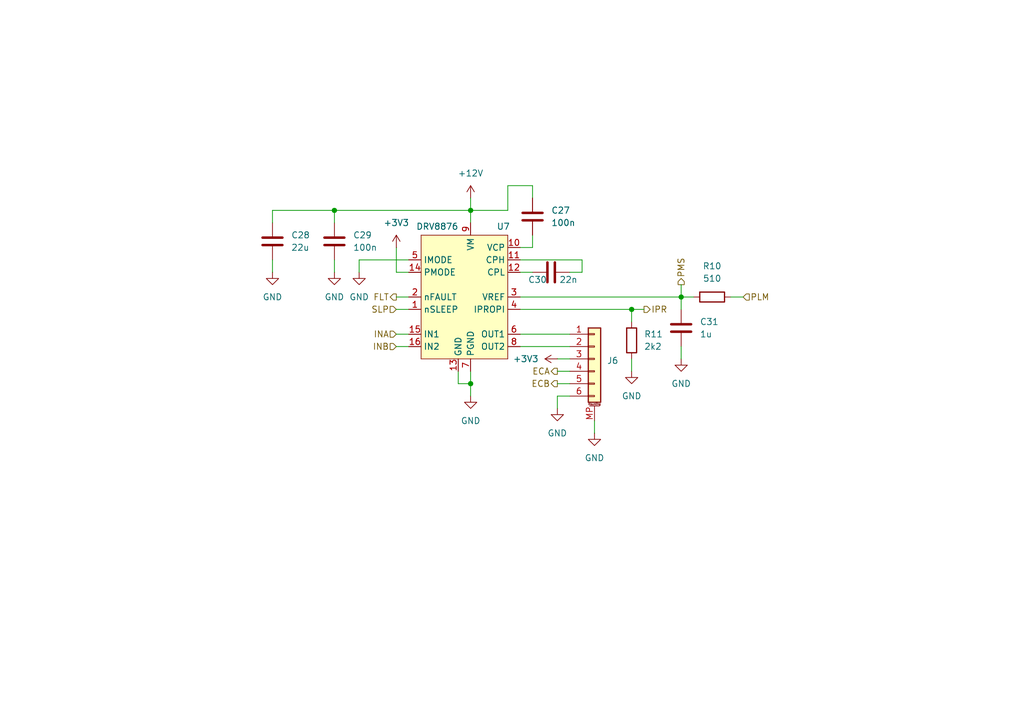
<source format=kicad_sch>
(kicad_sch (version 20231120) (generator "eeschema") (generator_version "8.0")
  (paper "A5")
  (lib_symbols
    (symbol "Connector_Generic_MountingPin:Conn_01x06_MountingPin" (pin_names (offset 1.016) hide)
      (property "Reference" "J" (at 0 7.62 0))
      (property "Value" "Conn_01x06_MountingPin" (at 1.27 -10.16 0))
      (symbol "Conn_01x06_MountingPin_1_1"
        (rectangle (start -1.27 -7.493) (end 0 -7.747) (stroke (width 0.1524)))
        (rectangle (start -1.27 -4.953) (end 0 -5.207) (stroke (width 0.1524)))
        (rectangle (start -1.27 -2.413) (end 0 -2.667) (stroke (width 0.1524)))
        (rectangle (start -1.27 0.127) (end 0 -0.127) (stroke (width 0.1524)))
        (rectangle (start -1.27 2.667) (end 0 2.413) (stroke (width 0.1524)))
        (rectangle (start -1.27 5.207) (end 0 4.953) (stroke (width 0.1524)))
        (rectangle (start -1.27 6.35) (end 1.27 -8.89) (stroke (width 0.254)) (fill (type background)))
        (polyline (pts (xy -1.016 -9.652) (xy 1.016 -9.652)) (stroke (width 0.1524)))
        (text "Mounting" (at 0 -9.271 0) (effects (font (size 0.381 0.381))))
        (pin passive line (at -5.08 5.08 0) (length 3.81) (name "Pin_1") (number "1"))
        (pin passive line (at -5.08 2.54 0) (length 3.81) (name "Pin_2") (number "2"))
        (pin passive line (at -5.08 0 0) (length 3.81) (name "Pin_3") (number "3"))
        (pin passive line (at -5.08 -2.54 0) (length 3.81) (name "Pin_4") (number "4"))
        (pin passive line (at -5.08 -5.08 0) (length 3.81) (name "Pin_5") (number "5"))
        (pin passive line (at -5.08 -7.62 0) (length 3.81) (name "Pin_6") (number "6"))
        (pin passive line (at 0 -12.7 90) (length 3.048) (name "MountPin") (number "MP"))
      )
    )
    (symbol "Device:C" (pin_numbers hide) (pin_names (offset 0.254))
      (property "Reference" "C" (at 0.635 2.54 0))
      (property "Value" "C" (at 0.635 -2.54 0))
      (symbol "C_0_1"
        (polyline (pts (xy -2.032 -0.762) (xy 2.032 -0.762)) (stroke (width 0.508)))
        (polyline (pts (xy -2.032 0.762) (xy 2.032 0.762)) (stroke (width 0.508)))
      )
      (symbol "C_1_1"
        (pin passive line (at 0 3.81 270) (length 2.794) (name "~") (number "1"))
        (pin passive line (at 0 -3.81 90) (length 2.794) (name "~") (number "2"))
      )
    )
    (symbol "Device:R" (pin_numbers hide) (pin_names (offset 0))
      (property "Reference" "R" (at 2.032 0 90))
      (property "Value" "R" (at 0 0 90))
      (symbol "R_0_1"
        (rectangle (start -1.016 -2.54) (end 1.016 2.54) (stroke (width 0.254)))
      )
      (symbol "R_1_1"
        (pin passive line (at 0 3.81 270) (length 1.27) (name "~") (number "1"))
        (pin passive line (at 0 -3.81 90) (length 1.27) (name "~") (number "2"))
      )
    )
    (symbol "User_Symbols:DRV8876"
      (property "Reference" "U" (at 16.256 3.81 0))
      (property "Value" "DRV8876" (at 4.064 4.064 0))
      (symbol "DRV8876_1_1"
        (rectangle (start 0 2.54) (end 17.78 -22.86) (fill (type background)))
        (pin input line (at -2.54 -12.7 0) (length 2.54) (name "nSLEEP") (number "1"))
        (pin power_out line (at 20.32 0 180) (length 2.54) (name "VCP") (number "10"))
        (pin passive line (at 20.32 -2.54 180) (length 2.54) (name "CPH") (number "11"))
        (pin passive line (at 20.32 -5.08 180) (length 2.54) (name "CPL") (number "12"))
        (pin power_in line (at 7.62 -25.4 90) (length 2.54) (name "GND") (number "13"))
        (pin input line (at -2.54 -5.08 0) (length 2.54) (name "PMODE") (number "14"))
        (pin input line (at -2.54 -17.78 0) (length 2.54) (name "IN1") (number "15"))
        (pin input line (at -2.54 -20.32 0) (length 2.54) (name "IN2") (number "16"))
        (pin passive line (at 7.62 -25.4 90) (length 2.54) hide (name "PAD") (number "17"))
        (pin open_collector line (at -2.54 -10.16 0) (length 2.54) (name "nFAULT") (number "2"))
        (pin input line (at 20.32 -10.16 180) (length 2.54) (name "VREF") (number "3"))
        (pin output line (at 20.32 -12.7 180) (length 2.54) (name "IPROPI") (number "4"))
        (pin input line (at -2.54 -2.54 0) (length 2.54) (name "IMODE") (number "5"))
        (pin output line (at 20.32 -17.78 180) (length 2.54) (name "OUT1") (number "6"))
        (pin power_in line (at 10.16 -25.4 90) (length 2.54) (name "PGND") (number "7"))
        (pin output line (at 20.32 -20.32 180) (length 2.54) (name "OUT2") (number "8"))
        (pin power_in line (at 10.16 5.08 270) (length 2.54) (name "VM") (number "9"))
      )
    )
    (symbol "power:+12V" (power) (pin_numbers hide) (pin_names (offset 0) hide)
      (property "Value" "+12V" (at 0 3.556 0))
      (symbol "+12V_0_1"
        (polyline (pts (xy -0.762 1.27) (xy 0 2.54)))
        (polyline (pts (xy 0 0) (xy 0 2.54)))
        (polyline (pts (xy 0 2.54) (xy 0.762 1.27)))
      )
      (symbol "+12V_1_1"
        (pin power_in line (at 0 0 90) (length 0) (name "~") (number "1"))
      )
    )
    (symbol "power:+3V3" (power) (pin_numbers hide) (pin_names (offset 0) hide)
      (property "Value" "+3V3" (at 0 3.556 0))
      (symbol "+3V3_0_1"
        (polyline (pts (xy -0.762 1.27) (xy 0 2.54)))
        (polyline (pts (xy 0 0) (xy 0 2.54)))
        (polyline (pts (xy 0 2.54) (xy 0.762 1.27)))
      )
      (symbol "+3V3_1_1"
        (pin power_in line (at 0 0 90) (length 0) (name "~") (number "1"))
      )
    )
    (symbol "power:GND" (power) (pin_numbers hide) (pin_names (offset 0) hide)
      (property "Value" "GND" (at 0 -3.81 0))
      (symbol "GND_0_1"
        (polyline (pts (xy 0 0) (xy 0 -1.27) (xy 1.27 -1.27) (xy 0 -2.54) (xy -1.27 -1.27) (xy 0 -1.27)))
      )
      (symbol "GND_1_1"
        (pin power_in line (at 0 0 270) (length 0) (name "~") (number "1"))
      )
    )
  )
  (junction (at 68.58 43.18))
  (junction (at 129.54 63.5))
  (junction (at 96.52 78.74))
  (junction (at 96.52 43.18))
  (junction (at 139.7 60.96))
  (wire (pts (xy 139.7 63.5) (xy 139.7 60.96)))
  (wire (pts (xy 139.7 58.42) (xy 139.7 60.96)))
  (wire (pts (xy 81.28 71.12) (xy 83.82 71.12)))
  (wire (pts (xy 96.52 78.74) (xy 96.52 81.28)))
  (wire (pts (xy 109.22 40.64) (xy 109.22 38.1)))
  (wire (pts (xy 96.52 40.64) (xy 96.52 43.18)))
  (wire (pts (xy 119.38 53.34) (xy 119.38 55.88)))
  (wire (pts (xy 129.54 63.5) (xy 129.54 66.04)))
  (wire (pts (xy 96.52 78.74) (xy 93.98 78.74)))
  (wire (pts (xy 68.58 43.18) (xy 96.52 43.18)))
  (wire (pts (xy 109.22 50.8) (xy 109.22 48.26)))
  (wire (pts (xy 81.28 63.5) (xy 83.82 63.5)))
  (wire (pts (xy 104.14 43.18) (xy 96.52 43.18)))
  (wire (pts (xy 81.28 68.58) (xy 83.82 68.58)))
  (wire (pts (xy 139.7 71.12) (xy 139.7 73.66)))
  (wire (pts (xy 68.58 53.34) (xy 68.58 55.88)))
  (wire (pts (xy 106.68 68.58) (xy 116.84 68.58)))
  (wire (pts (xy 55.88 45.72) (xy 55.88 43.18)))
  (wire (pts (xy 81.28 50.8) (xy 81.28 55.88)))
  (wire (pts (xy 106.68 63.5) (xy 129.54 63.5)))
  (wire (pts (xy 114.3 81.28) (xy 116.84 81.28)))
  (wire (pts (xy 129.54 76.2) (xy 129.54 73.66)))
  (wire (pts (xy 119.38 55.88) (xy 116.84 55.88)))
  (wire (pts (xy 81.28 55.88) (xy 83.82 55.88)))
  (wire (pts (xy 114.3 73.66) (xy 116.84 73.66)))
  (wire (pts (xy 96.52 43.18) (xy 96.52 45.72)))
  (wire (pts (xy 139.7 60.96) (xy 142.24 60.96)))
  (wire (pts (xy 73.66 55.88) (xy 73.66 53.34)))
  (wire (pts (xy 96.52 78.74) (xy 96.52 76.2)))
  (wire (pts (xy 104.14 43.18) (xy 104.14 38.1)))
  (wire (pts (xy 55.88 43.18) (xy 68.58 43.18)))
  (wire (pts (xy 149.86 60.96) (xy 152.4 60.96)))
  (wire (pts (xy 129.54 63.5) (xy 132.08 63.5)))
  (wire (pts (xy 106.68 55.88) (xy 109.22 55.88)))
  (wire (pts (xy 106.68 50.8) (xy 109.22 50.8)))
  (wire (pts (xy 114.3 76.2) (xy 116.84 76.2)))
  (wire (pts (xy 106.68 60.96) (xy 139.7 60.96)))
  (wire (pts (xy 55.88 53.34) (xy 55.88 55.88)))
  (wire (pts (xy 121.92 88.9) (xy 121.92 86.36)))
  (wire (pts (xy 114.3 83.82) (xy 114.3 81.28)))
  (wire (pts (xy 68.58 45.72) (xy 68.58 43.18)))
  (wire (pts (xy 73.66 53.34) (xy 83.82 53.34)))
  (wire (pts (xy 81.28 60.96) (xy 83.82 60.96)))
  (wire (pts (xy 93.98 76.2) (xy 93.98 78.74)))
  (wire (pts (xy 109.22 38.1) (xy 104.14 38.1)))
  (wire (pts (xy 106.68 53.34) (xy 119.38 53.34)))
  (wire (pts (xy 114.3 78.74) (xy 116.84 78.74)))
  (wire (pts (xy 106.68 71.12) (xy 116.84 71.12)))
  (hierarchical_label "SLP" (shape input) (at 81.28 63.5 180))
  (hierarchical_label "IPR" (shape output) (at 132.08 63.5 0))
  (hierarchical_label "INA" (shape input) (at 81.28 68.58 180))
  (hierarchical_label "INB" (shape input) (at 81.28 71.12 180))
  (hierarchical_label "ECA" (shape output) (at 114.3 76.2 180))
  (hierarchical_label "PMS" (shape output) (at 139.7 58.42 90))
  (hierarchical_label "FLT" (shape output) (at 81.28 60.96 180))
  (hierarchical_label "PLM" (shape input) (at 152.4 60.96 0))
  (hierarchical_label "ECB" (shape output) (at 114.3 78.74 180))
  (symbol (lib_id "Device:C") (at 68.58 49.53 0) (unit 1)
    (property "Reference" "C19" (at 72.39 48.2599 0) (effects (justify left)))
    (property "Value" "100n" (at 72.39 50.7999 0) (effects (justify left)))
    (property "Footprint" "Capacitor_SMD:C_0402_1005Metric" (effects (hide yes)))
    (property "Description" "Unpolarized capacitor" (effects (hide yes)))
    (property "LCSC" "C307331" (effects (hide yes)))
    (instances (project "brush-can" (path "" (reference "C29") (unit 1)) (path "" (reference "C19") (unit 1)) (path "" (reference "C24") (unit 1))))
  )
  (symbol (lib_id "Device:R") (at 146.05 60.96 90) (unit 1)
    (property "Reference" "R6" (at 146.05 54.61 90))
    (property "Value" "510" (at 146.05 57.15 90))
    (property "Footprint" "Resistor_SMD:R_0402_1005Metric" (effects (hide yes)))
    (property "Description" "Resistor" (effects (hide yes)))
    (instances (project "brush-can" (path "" (reference "R10") (unit 1)) (path "" (reference "R6") (unit 1)) (path "" (reference "R8") (unit 1))))
  )
  (symbol (lib_id "power:+12V") (at 96.52 40.64 0) (unit 1)
    (property "Reference" "#PWR032" (effects (hide yes)))
    (property "Value" "+12V" (at 96.52 35.56 0))
    (property "Description" "Power symbol creates a global label with name \"+12V\"" (effects (hide yes)))
    (instances (project "brush-can" (path "" (reference "#PWR054") (unit 1)) (path "" (reference "#PWR032") (unit 1)) (path "" (reference "#PWR043") (unit 1))))
  )
  (symbol (lib_id "User_Symbols:DRV8876") (at 86.36 50.8 0) (unit 1)
    (property "Reference" "U5" (at 101.854 46.482 0) (effects (justify left)))
    (property "Value" "DRV8876" (at 85.344 46.482 0) (effects (justify left)))
    (property "Footprint" "Package_DFN_QFN:QFN-16-1EP_3x3mm_P0.5mm_EP1.7x1.7mm_ThermalVias" (effects (hide yes)))
    (property "Datasheet" "https://www.ti.com/lit/ds/symlink/drv8876.pdf?ts=1717313271856&ref_url=https%253A%252F%252Fwww.ti.com%252Fproduct%252FDRV8876" (effects (hide yes)))
    (instances (project "brush-can" (path "" (reference "U7") (unit 1)) (path "" (reference "U5") (unit 1)) (path "" (reference "U6") (unit 1))))
  )
  (symbol (lib_id "power:+3V3") (at 114.3 73.66 90) (unit 1)
    (property "Reference" "#PWR037" (effects (hide yes)))
    (property "Value" "+3V3" (at 110.49 73.6599 90) (effects (justify left)))
    (property "Description" "Power symbol creates a global label with name \"+3V3\"" (effects (hide yes)))
    (instances (project "brush-can" (path "" (reference "#PWR059") (unit 1)) (path "" (reference "#PWR037") (unit 1)) (path "" (reference "#PWR048") (unit 1))))
  )
  (symbol (lib_id "Device:R") (at 129.54 69.85 180) (unit 1)
    (property "Reference" "R7" (at 132.08 68.5799 0) (effects (justify right)))
    (property "Value" "2k2" (at 132.08 71.1199 0) (effects (justify right)))
    (property "Footprint" "Resistor_SMD:R_0402_1005Metric" (effects (hide yes)))
    (property "Description" "Resistor" (effects (hide yes)))
    (instances (project "brush-can" (path "" (reference "R11") (unit 1)) (path "" (reference "R7") (unit 1)) (path "" (reference "R9") (unit 1))))
  )
  (symbol (lib_id "power:GND") (at 129.54 76.2 0) (unit 1)
    (property "Reference" "#PWR039" (effects (hide yes)))
    (property "Value" "GND" (at 129.54 81.28 0))
    (property "Description" "Power symbol creates a global label with name \"GND\" , ground" (effects (hide yes)))
    (instances (project "brush-can" (path "" (reference "#PWR061") (unit 1)) (path "" (reference "#PWR039") (unit 1)) (path "" (reference "#PWR050") (unit 1))))
  )
  (symbol (lib_id "Device:C") (at 113.03 55.88 270) (unit 1)
    (property "Reference" "C20" (at 110.236 57.404 90))
    (property "Value" "22n" (at 116.586 57.404 90))
    (property "Footprint" "Capacitor_SMD:C_0402_1005Metric" (effects (hide yes)))
    (property "Description" "Unpolarized capacitor" (effects (hide yes)))
    (instances (project "brush-can" (path "" (reference "C30") (unit 1)) (path "" (reference "C20") (unit 1)) (path "" (reference "C25") (unit 1))))
  )
  (symbol (lib_id "power:GND") (at 114.3 83.82 0) (unit 1)
    (property "Reference" "#PWR041" (effects (hide yes)))
    (property "Value" "GND" (at 114.3 88.9 0))
    (property "Description" "Power symbol creates a global label with name \"GND\" , ground" (effects (hide yes)))
    (instances (project "brush-can" (path "" (reference "#PWR063") (unit 1)) (path "" (reference "#PWR041") (unit 1)) (path "" (reference "#PWR052") (unit 1))))
  )
  (symbol (lib_id "Device:C") (at 139.7 67.31 0) (unit 1)
    (property "Reference" "C21" (at 143.51 66.0399 0) (effects (justify left)))
    (property "Value" "1u" (at 143.51 68.5799 0) (effects (justify left)))
    (property "Footprint" "Capacitor_SMD:C_0402_1005Metric" (effects (hide yes)))
    (property "Description" "Unpolarized capacitor" (effects (hide yes)))
    (instances (project "brush-can" (path "" (reference "C31") (unit 1)) (path "" (reference "C21") (unit 1)) (path "" (reference "C26") (unit 1))))
  )
  (symbol (lib_id "power:GND") (at 68.58 55.88 0) (unit 1)
    (property "Reference" "#PWR035" (effects (hide yes)))
    (property "Value" "GND" (at 68.58 60.96 0))
    (property "Description" "Power symbol creates a global label with name \"GND\" , ground" (effects (hide yes)))
    (instances (project "brush-can" (path "" (reference "#PWR057") (unit 1)) (path "" (reference "#PWR035") (unit 1)) (path "" (reference "#PWR046") (unit 1))))
  )
  (symbol (lib_id "Device:C") (at 109.22 44.45 0) (unit 1)
    (property "Reference" "C17" (at 113.03 43.1799 0) (effects (justify left)))
    (property "Value" "100n" (at 113.03 45.7199 0) (effects (justify left)))
    (property "Footprint" "Capacitor_SMD:C_0402_1005Metric" (effects (hide yes)))
    (property "Description" "Unpolarized capacitor" (effects (hide yes)))
    (property "LCSC" "C307331" (effects (hide yes)))
    (instances (project "brush-can" (path "" (reference "C27") (unit 1)) (path "" (reference "C17") (unit 1)) (path "" (reference "C22") (unit 1))))
  )
  (symbol (lib_id "power:GND") (at 55.88 55.88 0) (unit 1)
    (property "Reference" "#PWR034" (effects (hide yes)))
    (property "Value" "GND" (at 55.88 60.96 0))
    (property "Description" "Power symbol creates a global label with name \"GND\" , ground" (effects (hide yes)))
    (instances (project "brush-can" (path "" (reference "#PWR056") (unit 1)) (path "" (reference "#PWR034") (unit 1)) (path "" (reference "#PWR045") (unit 1))))
  )
  (symbol (lib_id "power:GND") (at 73.66 55.88 0) (unit 1)
    (property "Reference" "#PWR036" (effects (hide yes)))
    (property "Value" "GND" (at 73.66 60.96 0))
    (property "Description" "Power symbol creates a global label with name \"GND\" , ground" (effects (hide yes)))
    (instances (project "brush-can" (path "" (reference "#PWR058") (unit 1)) (path "" (reference "#PWR036") (unit 1)) (path "" (reference "#PWR047") (unit 1))))
  )
  (symbol (lib_id "power:GND") (at 96.52 81.28 0) (unit 1)
    (property "Reference" "#PWR040" (effects (hide yes)))
    (property "Value" "GND" (at 96.52 86.36 0))
    (property "Description" "Power symbol creates a global label with name \"GND\" , ground" (effects (hide yes)))
    (instances (project "brush-can" (path "" (reference "#PWR062") (unit 1)) (path "" (reference "#PWR040") (unit 1)) (path "" (reference "#PWR051") (unit 1))))
  )
  (symbol (lib_id "power:GND") (at 121.92 88.9 0) (unit 1)
    (property "Reference" "#PWR042" (effects (hide yes)))
    (property "Value" "GND" (at 121.92 93.98 0))
    (property "Description" "Power symbol creates a global label with name \"GND\" , ground" (effects (hide yes)))
    (instances (project "brush-can" (path "" (reference "#PWR064") (unit 1)) (path "" (reference "#PWR042") (unit 1)) (path "" (reference "#PWR053") (unit 1))))
  )
  (symbol (lib_id "power:GND") (at 139.7 73.66 0) (unit 1)
    (property "Reference" "#PWR038" (effects (hide yes)))
    (property "Value" "GND" (at 139.7 78.74 0))
    (instances (project "brush-can" (path "" (reference "#PWR060") (unit 1)) (path "" (reference "#PWR038") (unit 1)) (path "" (reference "#PWR049") (unit 1))))
  )
  (symbol (lib_id "power:+3V3") (at 81.28 50.8 0) (unit 1)
    (property "Reference" "#PWR033" (effects (hide yes)))
    (property "Value" "+3V3" (at 81.28 45.72 0))
    (property "Description" "Power symbol creates a global label with name \"+3V3\"" (effects (hide yes)))
    (instances (project "brush-can" (path "" (reference "#PWR055") (unit 1)) (path "" (reference "#PWR033") (unit 1)) (path "" (reference "#PWR044") (unit 1))))
  )
  (symbol (lib_id "Device:C") (at 55.88 49.53 0) (unit 1)
    (property "Reference" "C18" (at 59.69 48.2599 0) (effects (justify left)))
    (property "Value" "22u" (at 59.69 50.7999 0) (effects (justify left)))
    (property "Footprint" "Capacitor_SMD:C_1206_3216Metric" (effects (hide yes)))
    (property "Description" "Unpolarized capacitor" (effects (hide yes)))
    (property "LCSC" "C12891" (effects (hide yes)))
    (instances (project "brush-can" (path "" (reference "C28") (unit 1)) (path "" (reference "C18") (unit 1)) (path "" (reference "C23") (unit 1))))
  )
  (symbol (lib_id "Connector_Generic_MountingPin:Conn_01x06_MountingPin") (at 121.92 73.66 0) (unit 1)
    (property "Reference" "J4" (at 124.46 74.0155 0) (effects (justify left)))
    (property "Value" "Conn_01x06_MountingPin" (effects (hide yes)))
    (property "Footprint" "Connector_JST:JST_SH_SM06B-SRSS-TB_1x06-1MP_P1.00mm_Horizontal" (effects (hide yes)))
    (property "Description" "Generic connectable mounting pin connector, single row, 01x06, script generated (kicad-library-utils/schlib/autogen/connector/)" (effects (hide yes)))
    (instances (project "brush-can" (path "" (reference "J6") (unit 1)) (path "" (reference "J4") (unit 1)) (path "" (reference "J5") (unit 1))))
  )
)
</source>
